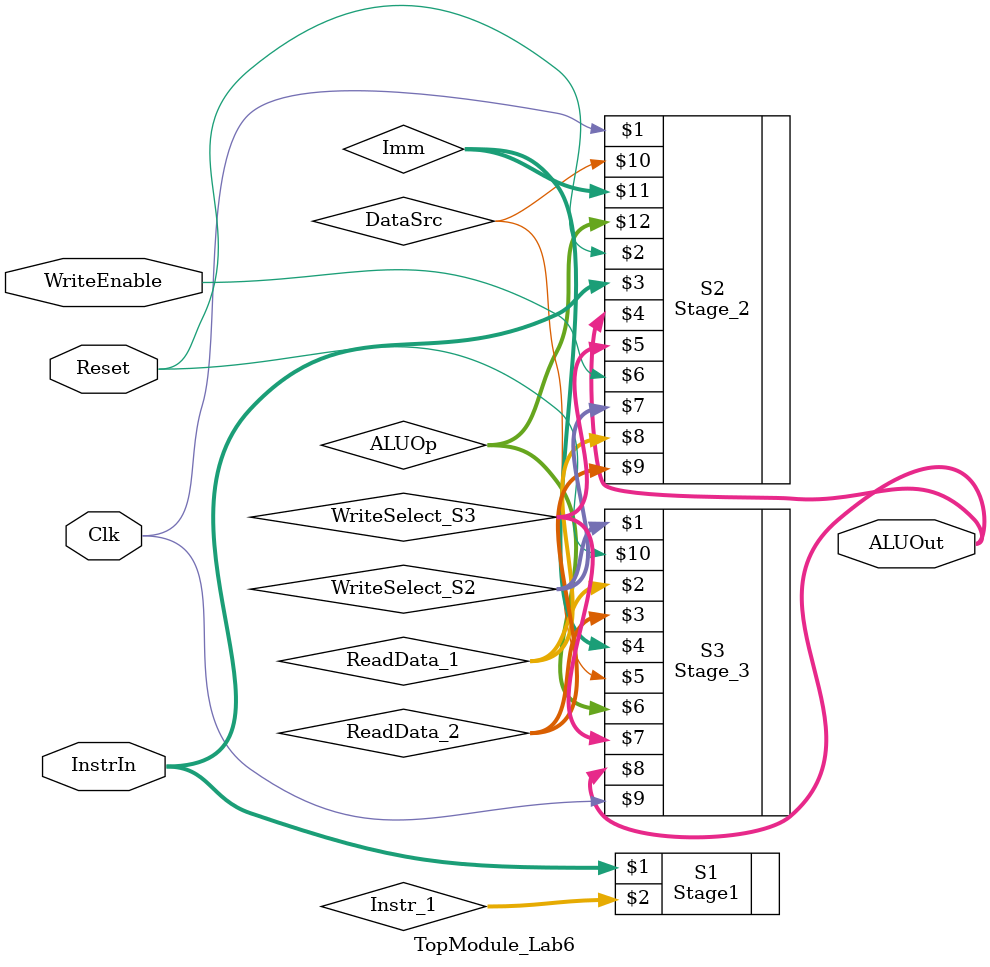
<source format=v>
`timescale 1ns / 1ps

module TopModule_Lab6(InstrIn, ALUOut, Reset, Clk, WriteEnable
    );
//Input-------------------------------------------
	input	[31:0]	InstrIn;
	input	WriteEnable, Reset, Clk;
//Output------------------------------------------
	output [31:0]	ALUOut;
//Wires-------------------------------------------
	//For Stage_1 output
	wire	[31:0] Instr_1;
	//For Stage 2 Outputs
	wire 	[4:0] WriteSelect_S2;
	wire	[31:0]	ReadData_1;
	wire	[31:0]	ReadData_2;
	wire	DataSrc;					//I-type or R-type
	wire	[31:0] Imm;
	wire	[2:0]	ALUOp;
	//For Stage 3 Outputs
	wire	[4:0] WriteSelect_S3;
	
	
//Code--------------------------------------------
	//Stage 1: Input instruction and output instruction (instruction fetch)
	Stage1 	S1 (InstrIn, Instr_1);


	//Stage 2: Decode the instruction
	Stage_2	S2(Clk, Reset, InstrIn, ALUOut, WriteSelect_S3, WriteEnable, 	//Inputs
		WriteSelect_S2, ReadData_1, ReadData_2, DataSrc, Imm, ALUOp);			//Outputs
		
	//Stage 3: Execute the instruction 
	Stage_3	S3	(
					//Inputs
					WriteSelect_S2,
					ReadData_1,
					ReadData_2,
					Imm,
					DataSrc,
					ALUOp,
					//Outputs
					WriteSelect_S3,
					ALUOut,			//This is the main output
					Clk, Reset);
					

endmodule

</source>
